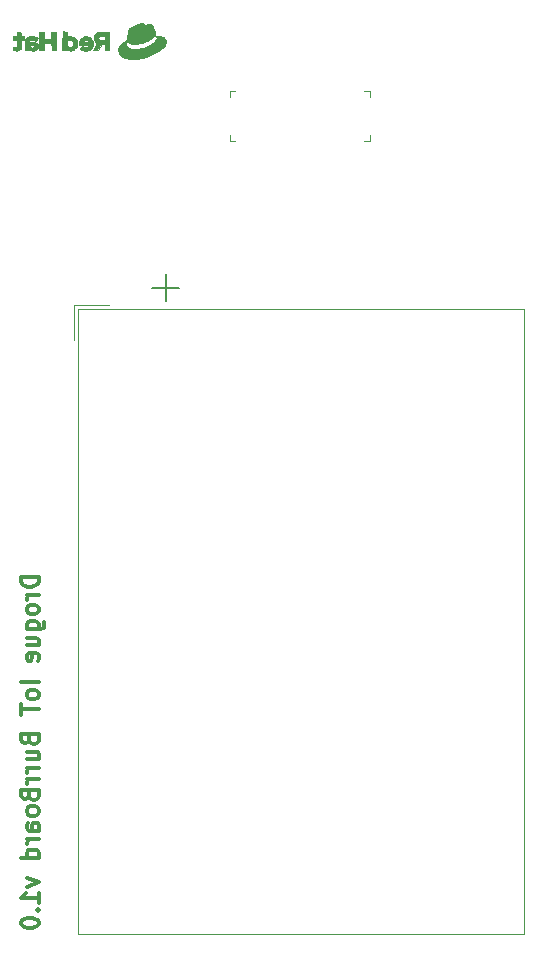
<source format=gbo>
%TF.GenerationSoftware,KiCad,Pcbnew,(5.1.10-1-10_14)*%
%TF.CreationDate,2022-01-06T07:43:06+01:00*%
%TF.ProjectId,burrboard,62757272-626f-4617-9264-2e6b69636164,v1.0*%
%TF.SameCoordinates,Original*%
%TF.FileFunction,Legend,Bot*%
%TF.FilePolarity,Positive*%
%FSLAX46Y46*%
G04 Gerber Fmt 4.6, Leading zero omitted, Abs format (unit mm)*
G04 Created by KiCad (PCBNEW (5.1.10-1-10_14)) date 2022-01-06 07:43:06*
%MOMM*%
%LPD*%
G01*
G04 APERTURE LIST*
%ADD10C,0.300000*%
%ADD11C,0.010000*%
%ADD12C,0.100000*%
%ADD13C,0.120000*%
%ADD14C,0.150000*%
G04 APERTURE END LIST*
D10*
X130218571Y-124116571D02*
X128718571Y-124116571D01*
X128718571Y-124473714D01*
X128790000Y-124688000D01*
X128932857Y-124830857D01*
X129075714Y-124902285D01*
X129361428Y-124973714D01*
X129575714Y-124973714D01*
X129861428Y-124902285D01*
X130004285Y-124830857D01*
X130147142Y-124688000D01*
X130218571Y-124473714D01*
X130218571Y-124116571D01*
X130218571Y-125616571D02*
X129218571Y-125616571D01*
X129504285Y-125616571D02*
X129361428Y-125688000D01*
X129290000Y-125759428D01*
X129218571Y-125902285D01*
X129218571Y-126045142D01*
X130218571Y-126759428D02*
X130147142Y-126616571D01*
X130075714Y-126545142D01*
X129932857Y-126473714D01*
X129504285Y-126473714D01*
X129361428Y-126545142D01*
X129290000Y-126616571D01*
X129218571Y-126759428D01*
X129218571Y-126973714D01*
X129290000Y-127116571D01*
X129361428Y-127188000D01*
X129504285Y-127259428D01*
X129932857Y-127259428D01*
X130075714Y-127188000D01*
X130147142Y-127116571D01*
X130218571Y-126973714D01*
X130218571Y-126759428D01*
X129218571Y-128545142D02*
X130432857Y-128545142D01*
X130575714Y-128473714D01*
X130647142Y-128402285D01*
X130718571Y-128259428D01*
X130718571Y-128045142D01*
X130647142Y-127902285D01*
X130147142Y-128545142D02*
X130218571Y-128402285D01*
X130218571Y-128116571D01*
X130147142Y-127973714D01*
X130075714Y-127902285D01*
X129932857Y-127830857D01*
X129504285Y-127830857D01*
X129361428Y-127902285D01*
X129290000Y-127973714D01*
X129218571Y-128116571D01*
X129218571Y-128402285D01*
X129290000Y-128545142D01*
X129218571Y-129902285D02*
X130218571Y-129902285D01*
X129218571Y-129259428D02*
X130004285Y-129259428D01*
X130147142Y-129330857D01*
X130218571Y-129473714D01*
X130218571Y-129688000D01*
X130147142Y-129830857D01*
X130075714Y-129902285D01*
X130147142Y-131188000D02*
X130218571Y-131045142D01*
X130218571Y-130759428D01*
X130147142Y-130616571D01*
X130004285Y-130545142D01*
X129432857Y-130545142D01*
X129290000Y-130616571D01*
X129218571Y-130759428D01*
X129218571Y-131045142D01*
X129290000Y-131188000D01*
X129432857Y-131259428D01*
X129575714Y-131259428D01*
X129718571Y-130545142D01*
X130218571Y-133045142D02*
X128718571Y-133045142D01*
X130218571Y-133973714D02*
X130147142Y-133830857D01*
X130075714Y-133759428D01*
X129932857Y-133688000D01*
X129504285Y-133688000D01*
X129361428Y-133759428D01*
X129290000Y-133830857D01*
X129218571Y-133973714D01*
X129218571Y-134188000D01*
X129290000Y-134330857D01*
X129361428Y-134402285D01*
X129504285Y-134473714D01*
X129932857Y-134473714D01*
X130075714Y-134402285D01*
X130147142Y-134330857D01*
X130218571Y-134188000D01*
X130218571Y-133973714D01*
X128718571Y-134902285D02*
X128718571Y-135759428D01*
X130218571Y-135330857D02*
X128718571Y-135330857D01*
X129432857Y-137902285D02*
X129504285Y-138116571D01*
X129575714Y-138188000D01*
X129718571Y-138259428D01*
X129932857Y-138259428D01*
X130075714Y-138188000D01*
X130147142Y-138116571D01*
X130218571Y-137973714D01*
X130218571Y-137402285D01*
X128718571Y-137402285D01*
X128718571Y-137902285D01*
X128790000Y-138045142D01*
X128861428Y-138116571D01*
X129004285Y-138188000D01*
X129147142Y-138188000D01*
X129290000Y-138116571D01*
X129361428Y-138045142D01*
X129432857Y-137902285D01*
X129432857Y-137402285D01*
X129218571Y-139545142D02*
X130218571Y-139545142D01*
X129218571Y-138902285D02*
X130004285Y-138902285D01*
X130147142Y-138973714D01*
X130218571Y-139116571D01*
X130218571Y-139330857D01*
X130147142Y-139473714D01*
X130075714Y-139545142D01*
X130218571Y-140259428D02*
X129218571Y-140259428D01*
X129504285Y-140259428D02*
X129361428Y-140330857D01*
X129290000Y-140402285D01*
X129218571Y-140545142D01*
X129218571Y-140688000D01*
X130218571Y-141188000D02*
X129218571Y-141188000D01*
X129504285Y-141188000D02*
X129361428Y-141259428D01*
X129290000Y-141330857D01*
X129218571Y-141473714D01*
X129218571Y-141616571D01*
X129432857Y-142616571D02*
X129504285Y-142830857D01*
X129575714Y-142902285D01*
X129718571Y-142973714D01*
X129932857Y-142973714D01*
X130075714Y-142902285D01*
X130147142Y-142830857D01*
X130218571Y-142688000D01*
X130218571Y-142116571D01*
X128718571Y-142116571D01*
X128718571Y-142616571D01*
X128790000Y-142759428D01*
X128861428Y-142830857D01*
X129004285Y-142902285D01*
X129147142Y-142902285D01*
X129290000Y-142830857D01*
X129361428Y-142759428D01*
X129432857Y-142616571D01*
X129432857Y-142116571D01*
X130218571Y-143830857D02*
X130147142Y-143688000D01*
X130075714Y-143616571D01*
X129932857Y-143545142D01*
X129504285Y-143545142D01*
X129361428Y-143616571D01*
X129290000Y-143688000D01*
X129218571Y-143830857D01*
X129218571Y-144045142D01*
X129290000Y-144188000D01*
X129361428Y-144259428D01*
X129504285Y-144330857D01*
X129932857Y-144330857D01*
X130075714Y-144259428D01*
X130147142Y-144188000D01*
X130218571Y-144045142D01*
X130218571Y-143830857D01*
X130218571Y-145616571D02*
X129432857Y-145616571D01*
X129290000Y-145545142D01*
X129218571Y-145402285D01*
X129218571Y-145116571D01*
X129290000Y-144973714D01*
X130147142Y-145616571D02*
X130218571Y-145473714D01*
X130218571Y-145116571D01*
X130147142Y-144973714D01*
X130004285Y-144902285D01*
X129861428Y-144902285D01*
X129718571Y-144973714D01*
X129647142Y-145116571D01*
X129647142Y-145473714D01*
X129575714Y-145616571D01*
X130218571Y-146330857D02*
X129218571Y-146330857D01*
X129504285Y-146330857D02*
X129361428Y-146402285D01*
X129290000Y-146473714D01*
X129218571Y-146616571D01*
X129218571Y-146759428D01*
X130218571Y-147902285D02*
X128718571Y-147902285D01*
X130147142Y-147902285D02*
X130218571Y-147759428D01*
X130218571Y-147473714D01*
X130147142Y-147330857D01*
X130075714Y-147259428D01*
X129932857Y-147188000D01*
X129504285Y-147188000D01*
X129361428Y-147259428D01*
X129290000Y-147330857D01*
X129218571Y-147473714D01*
X129218571Y-147759428D01*
X129290000Y-147902285D01*
X129218571Y-149616571D02*
X130218571Y-149973714D01*
X129218571Y-150330857D01*
X130218571Y-151688000D02*
X130218571Y-150830857D01*
X130218571Y-151259428D02*
X128718571Y-151259428D01*
X128932857Y-151116571D01*
X129075714Y-150973714D01*
X129147142Y-150830857D01*
X130075714Y-152330857D02*
X130147142Y-152402285D01*
X130218571Y-152330857D01*
X130147142Y-152259428D01*
X130075714Y-152330857D01*
X130218571Y-152330857D01*
X128718571Y-153330857D02*
X128718571Y-153473714D01*
X128790000Y-153616571D01*
X128861428Y-153688000D01*
X129004285Y-153759428D01*
X129290000Y-153830857D01*
X129647142Y-153830857D01*
X129932857Y-153759428D01*
X130075714Y-153688000D01*
X130147142Y-153616571D01*
X130218571Y-153473714D01*
X130218571Y-153330857D01*
X130147142Y-153188000D01*
X130075714Y-153116571D01*
X129932857Y-153045142D01*
X129647142Y-152973714D01*
X129290000Y-152973714D01*
X129004285Y-153045142D01*
X128861428Y-153116571D01*
X128790000Y-153188000D01*
X128718571Y-153330857D01*
D11*
%TO.C,G\u002A\u002A\u002A*%
G36*
X138893651Y-77223202D02*
G01*
X138825469Y-77237369D01*
X138746424Y-77258461D01*
X138659131Y-77285486D01*
X138566203Y-77317449D01*
X138470254Y-77353357D01*
X138373900Y-77392216D01*
X138279753Y-77433034D01*
X138190429Y-77474816D01*
X138108541Y-77516568D01*
X138036703Y-77557297D01*
X137977530Y-77596011D01*
X137957983Y-77610715D01*
X137933757Y-77630708D01*
X137912931Y-77650673D01*
X137894692Y-77672729D01*
X137878227Y-77698996D01*
X137862722Y-77731593D01*
X137847365Y-77772640D01*
X137831341Y-77824257D01*
X137813838Y-77888562D01*
X137794042Y-77967675D01*
X137771139Y-78063716D01*
X137750953Y-78150205D01*
X137724608Y-78264697D01*
X137703200Y-78360795D01*
X137686494Y-78440633D01*
X137674253Y-78506344D01*
X137666244Y-78560059D01*
X137662232Y-78603911D01*
X137661981Y-78640033D01*
X137665256Y-78670557D01*
X137671823Y-78697616D01*
X137681447Y-78723342D01*
X137686551Y-78734708D01*
X137726235Y-78795639D01*
X137784183Y-78849644D01*
X137858210Y-78895268D01*
X137946135Y-78931060D01*
X138006535Y-78947645D01*
X138039411Y-78952780D01*
X138089019Y-78957530D01*
X138150924Y-78961742D01*
X138220693Y-78965259D01*
X138293892Y-78967928D01*
X138366087Y-78969595D01*
X138432844Y-78970104D01*
X138489729Y-78969301D01*
X138532308Y-78967033D01*
X138540067Y-78966234D01*
X138767240Y-78931676D01*
X138980680Y-78883066D01*
X139183148Y-78819619D01*
X139377405Y-78740547D01*
X139444942Y-78708556D01*
X139555014Y-78650915D01*
X139659651Y-78589245D01*
X139757219Y-78524962D01*
X139846084Y-78459480D01*
X139924611Y-78394214D01*
X139991168Y-78330578D01*
X140044119Y-78269988D01*
X140081831Y-78213857D01*
X140102670Y-78163601D01*
X140106400Y-78135863D01*
X140102899Y-78116737D01*
X140093077Y-78080737D01*
X140077958Y-78030842D01*
X140058566Y-77970029D01*
X140035923Y-77901276D01*
X140011053Y-77827562D01*
X139984980Y-77751865D01*
X139958727Y-77677162D01*
X139933316Y-77606431D01*
X139909773Y-77542652D01*
X139889120Y-77488801D01*
X139872379Y-77447858D01*
X139862820Y-77427039D01*
X139820054Y-77356641D01*
X139772106Y-77305377D01*
X139717754Y-77272924D01*
X139655776Y-77258961D01*
X139584949Y-77263164D01*
X139504051Y-77285211D01*
X139434358Y-77314037D01*
X139360704Y-77345830D01*
X139300450Y-77365283D01*
X139249604Y-77372120D01*
X139204173Y-77366064D01*
X139160166Y-77346839D01*
X139113590Y-77314168D01*
X139084828Y-77289836D01*
X139049631Y-77260498D01*
X139017398Y-77236674D01*
X138993306Y-77222079D01*
X138986970Y-77219621D01*
X138948356Y-77216955D01*
X138893651Y-77223202D01*
G37*
X138893651Y-77223202D02*
X138825469Y-77237369D01*
X138746424Y-77258461D01*
X138659131Y-77285486D01*
X138566203Y-77317449D01*
X138470254Y-77353357D01*
X138373900Y-77392216D01*
X138279753Y-77433034D01*
X138190429Y-77474816D01*
X138108541Y-77516568D01*
X138036703Y-77557297D01*
X137977530Y-77596011D01*
X137957983Y-77610715D01*
X137933757Y-77630708D01*
X137912931Y-77650673D01*
X137894692Y-77672729D01*
X137878227Y-77698996D01*
X137862722Y-77731593D01*
X137847365Y-77772640D01*
X137831341Y-77824257D01*
X137813838Y-77888562D01*
X137794042Y-77967675D01*
X137771139Y-78063716D01*
X137750953Y-78150205D01*
X137724608Y-78264697D01*
X137703200Y-78360795D01*
X137686494Y-78440633D01*
X137674253Y-78506344D01*
X137666244Y-78560059D01*
X137662232Y-78603911D01*
X137661981Y-78640033D01*
X137665256Y-78670557D01*
X137671823Y-78697616D01*
X137681447Y-78723342D01*
X137686551Y-78734708D01*
X137726235Y-78795639D01*
X137784183Y-78849644D01*
X137858210Y-78895268D01*
X137946135Y-78931060D01*
X138006535Y-78947645D01*
X138039411Y-78952780D01*
X138089019Y-78957530D01*
X138150924Y-78961742D01*
X138220693Y-78965259D01*
X138293892Y-78967928D01*
X138366087Y-78969595D01*
X138432844Y-78970104D01*
X138489729Y-78969301D01*
X138532308Y-78967033D01*
X138540067Y-78966234D01*
X138767240Y-78931676D01*
X138980680Y-78883066D01*
X139183148Y-78819619D01*
X139377405Y-78740547D01*
X139444942Y-78708556D01*
X139555014Y-78650915D01*
X139659651Y-78589245D01*
X139757219Y-78524962D01*
X139846084Y-78459480D01*
X139924611Y-78394214D01*
X139991168Y-78330578D01*
X140044119Y-78269988D01*
X140081831Y-78213857D01*
X140102670Y-78163601D01*
X140106400Y-78135863D01*
X140102899Y-78116737D01*
X140093077Y-78080737D01*
X140077958Y-78030842D01*
X140058566Y-77970029D01*
X140035923Y-77901276D01*
X140011053Y-77827562D01*
X139984980Y-77751865D01*
X139958727Y-77677162D01*
X139933316Y-77606431D01*
X139909773Y-77542652D01*
X139889120Y-77488801D01*
X139872379Y-77447858D01*
X139862820Y-77427039D01*
X139820054Y-77356641D01*
X139772106Y-77305377D01*
X139717754Y-77272924D01*
X139655776Y-77258961D01*
X139584949Y-77263164D01*
X139504051Y-77285211D01*
X139434358Y-77314037D01*
X139360704Y-77345830D01*
X139300450Y-77365283D01*
X139249604Y-77372120D01*
X139204173Y-77366064D01*
X139160166Y-77346839D01*
X139113590Y-77314168D01*
X139084828Y-77289836D01*
X139049631Y-77260498D01*
X139017398Y-77236674D01*
X138993306Y-77222079D01*
X138986970Y-77219621D01*
X138948356Y-77216955D01*
X138893651Y-77223202D01*
G36*
X130295650Y-77967417D02*
G01*
X130295650Y-79533750D01*
X130676650Y-79533750D01*
X130676650Y-78919917D01*
X131311326Y-78919917D01*
X131314134Y-79224187D01*
X131316942Y-79528458D01*
X131510088Y-79531343D01*
X131703233Y-79534227D01*
X131703233Y-77967417D01*
X131311650Y-77967417D01*
X131311650Y-78570981D01*
X130681942Y-78565375D01*
X130679131Y-78266396D01*
X130676321Y-77967416D01*
X130485985Y-77967416D01*
X130295650Y-77967417D01*
G37*
X130295650Y-77967417D02*
X130295650Y-79533750D01*
X130676650Y-79533750D01*
X130676650Y-78919917D01*
X131311326Y-78919917D01*
X131314134Y-79224187D01*
X131316942Y-79528458D01*
X131510088Y-79531343D01*
X131703233Y-79534227D01*
X131703233Y-77967417D01*
X131311650Y-77967417D01*
X131311650Y-78570981D01*
X130681942Y-78565375D01*
X130679131Y-78266396D01*
X130676321Y-77967416D01*
X130485985Y-77967416D01*
X130295650Y-77967417D01*
G36*
X135785754Y-77967600D02*
G01*
X135665816Y-77967789D01*
X135564824Y-77968401D01*
X135480559Y-77969672D01*
X135410800Y-77971836D01*
X135353330Y-77975128D01*
X135305926Y-77979784D01*
X135266371Y-77986036D01*
X135232445Y-77994122D01*
X135201928Y-78004275D01*
X135172600Y-78016730D01*
X135142242Y-78031721D01*
X135132744Y-78036674D01*
X135051111Y-78090702D01*
X134984284Y-78157604D01*
X134932782Y-78234703D01*
X134897123Y-78319318D01*
X134877823Y-78408770D01*
X134875401Y-78500378D01*
X134890374Y-78591464D01*
X134923260Y-78679348D01*
X134974576Y-78761350D01*
X134989262Y-78779355D01*
X135018298Y-78808283D01*
X135057110Y-78840562D01*
X135095698Y-78868120D01*
X135163915Y-78912237D01*
X135144109Y-78945181D01*
X135131680Y-78966661D01*
X135111768Y-79002033D01*
X135085865Y-79048570D01*
X135055463Y-79103545D01*
X135022051Y-79164232D01*
X134987123Y-79227903D01*
X134952167Y-79291834D01*
X134918677Y-79353296D01*
X134888142Y-79409564D01*
X134862054Y-79457910D01*
X134841904Y-79495608D01*
X134829182Y-79519932D01*
X134825317Y-79528120D01*
X134835375Y-79529821D01*
X134863453Y-79531315D01*
X134906403Y-79532520D01*
X134961077Y-79533355D01*
X135024329Y-79533735D01*
X135039821Y-79533750D01*
X135254326Y-79533750D01*
X135402300Y-79248067D01*
X135550275Y-78962385D01*
X135695796Y-78962317D01*
X135841317Y-78962250D01*
X135841317Y-79533750D01*
X136222317Y-79533750D01*
X136222317Y-78646235D01*
X135841848Y-78646235D01*
X135609496Y-78642847D01*
X135533009Y-78641610D01*
X135474727Y-78640233D01*
X135431688Y-78638428D01*
X135400929Y-78635906D01*
X135379490Y-78632378D01*
X135364408Y-78627557D01*
X135352722Y-78621154D01*
X135347293Y-78617318D01*
X135302047Y-78572877D01*
X135276460Y-78520936D01*
X135269856Y-78471206D01*
X135278096Y-78412906D01*
X135303436Y-78366628D01*
X135346948Y-78330567D01*
X135356714Y-78325063D01*
X135373140Y-78316877D01*
X135389629Y-78310775D01*
X135409488Y-78306453D01*
X135436026Y-78303604D01*
X135472550Y-78301922D01*
X135522367Y-78301103D01*
X135588786Y-78300841D01*
X135619067Y-78300824D01*
X135836025Y-78300792D01*
X135838937Y-78473513D01*
X135841848Y-78646235D01*
X136222317Y-78646235D01*
X136222317Y-77967417D01*
X135785754Y-77967600D01*
G37*
X135785754Y-77967600D02*
X135665816Y-77967789D01*
X135564824Y-77968401D01*
X135480559Y-77969672D01*
X135410800Y-77971836D01*
X135353330Y-77975128D01*
X135305926Y-77979784D01*
X135266371Y-77986036D01*
X135232445Y-77994122D01*
X135201928Y-78004275D01*
X135172600Y-78016730D01*
X135142242Y-78031721D01*
X135132744Y-78036674D01*
X135051111Y-78090702D01*
X134984284Y-78157604D01*
X134932782Y-78234703D01*
X134897123Y-78319318D01*
X134877823Y-78408770D01*
X134875401Y-78500378D01*
X134890374Y-78591464D01*
X134923260Y-78679348D01*
X134974576Y-78761350D01*
X134989262Y-78779355D01*
X135018298Y-78808283D01*
X135057110Y-78840562D01*
X135095698Y-78868120D01*
X135163915Y-78912237D01*
X135144109Y-78945181D01*
X135131680Y-78966661D01*
X135111768Y-79002033D01*
X135085865Y-79048570D01*
X135055463Y-79103545D01*
X135022051Y-79164232D01*
X134987123Y-79227903D01*
X134952167Y-79291834D01*
X134918677Y-79353296D01*
X134888142Y-79409564D01*
X134862054Y-79457910D01*
X134841904Y-79495608D01*
X134829182Y-79519932D01*
X134825317Y-79528120D01*
X134835375Y-79529821D01*
X134863453Y-79531315D01*
X134906403Y-79532520D01*
X134961077Y-79533355D01*
X135024329Y-79533735D01*
X135039821Y-79533750D01*
X135254326Y-79533750D01*
X135402300Y-79248067D01*
X135550275Y-78962385D01*
X135695796Y-78962317D01*
X135841317Y-78962250D01*
X135841317Y-79533750D01*
X136222317Y-79533750D01*
X136222317Y-78646235D01*
X135841848Y-78646235D01*
X135609496Y-78642847D01*
X135533009Y-78641610D01*
X135474727Y-78640233D01*
X135431688Y-78638428D01*
X135400929Y-78635906D01*
X135379490Y-78632378D01*
X135364408Y-78627557D01*
X135352722Y-78621154D01*
X135347293Y-78617318D01*
X135302047Y-78572877D01*
X135276460Y-78520936D01*
X135269856Y-78471206D01*
X135278096Y-78412906D01*
X135303436Y-78366628D01*
X135346948Y-78330567D01*
X135356714Y-78325063D01*
X135373140Y-78316877D01*
X135389629Y-78310775D01*
X135409488Y-78306453D01*
X135436026Y-78303604D01*
X135472550Y-78301922D01*
X135522367Y-78301103D01*
X135588786Y-78300841D01*
X135619067Y-78300824D01*
X135836025Y-78300792D01*
X135838937Y-78473513D01*
X135841848Y-78646235D01*
X136222317Y-78646235D01*
X136222317Y-77967417D01*
X135785754Y-77967600D01*
G36*
X128369483Y-78348417D02*
G01*
X128041400Y-78348417D01*
X128041400Y-78655333D01*
X128369483Y-78655333D01*
X128369483Y-78903544D01*
X128368918Y-78998753D01*
X128367237Y-79074546D01*
X128364459Y-79130454D01*
X128360606Y-79166005D01*
X128357434Y-79178200D01*
X128333802Y-79208462D01*
X128294988Y-79227346D01*
X128239801Y-79235238D01*
X128185067Y-79234045D01*
X128141539Y-79230276D01*
X128103740Y-79225848D01*
X128078671Y-79221605D01*
X128075796Y-79220851D01*
X128051983Y-79213781D01*
X128051983Y-79510829D01*
X128107546Y-79523664D01*
X128156279Y-79531842D01*
X128216713Y-79537429D01*
X128282880Y-79540346D01*
X128348816Y-79540511D01*
X128408554Y-79537845D01*
X128456128Y-79532266D01*
X128472664Y-79528593D01*
X128542923Y-79504059D01*
X128598500Y-79472680D01*
X128645637Y-79430786D01*
X128653150Y-79422480D01*
X128674411Y-79397426D01*
X128691545Y-79373880D01*
X128705032Y-79349219D01*
X128715357Y-79320822D01*
X128723002Y-79286067D01*
X128728450Y-79242330D01*
X128732183Y-79186990D01*
X128734685Y-79117424D01*
X128736438Y-79031010D01*
X128737400Y-78964896D01*
X128741577Y-78655333D01*
X128972733Y-78655333D01*
X128972733Y-78348417D01*
X128739900Y-78348417D01*
X128739900Y-78045212D01*
X128578504Y-78010855D01*
X128520984Y-77998572D01*
X128469298Y-77987463D01*
X128427680Y-77978443D01*
X128400368Y-77972429D01*
X128393296Y-77970810D01*
X128369483Y-77965122D01*
X128369483Y-78348417D01*
G37*
X128369483Y-78348417D02*
X128041400Y-78348417D01*
X128041400Y-78655333D01*
X128369483Y-78655333D01*
X128369483Y-78903544D01*
X128368918Y-78998753D01*
X128367237Y-79074546D01*
X128364459Y-79130454D01*
X128360606Y-79166005D01*
X128357434Y-79178200D01*
X128333802Y-79208462D01*
X128294988Y-79227346D01*
X128239801Y-79235238D01*
X128185067Y-79234045D01*
X128141539Y-79230276D01*
X128103740Y-79225848D01*
X128078671Y-79221605D01*
X128075796Y-79220851D01*
X128051983Y-79213781D01*
X128051983Y-79510829D01*
X128107546Y-79523664D01*
X128156279Y-79531842D01*
X128216713Y-79537429D01*
X128282880Y-79540346D01*
X128348816Y-79540511D01*
X128408554Y-79537845D01*
X128456128Y-79532266D01*
X128472664Y-79528593D01*
X128542923Y-79504059D01*
X128598500Y-79472680D01*
X128645637Y-79430786D01*
X128653150Y-79422480D01*
X128674411Y-79397426D01*
X128691545Y-79373880D01*
X128705032Y-79349219D01*
X128715357Y-79320822D01*
X128723002Y-79286067D01*
X128728450Y-79242330D01*
X128732183Y-79186990D01*
X128734685Y-79117424D01*
X128736438Y-79031010D01*
X128737400Y-78964896D01*
X128741577Y-78655333D01*
X128972733Y-78655333D01*
X128972733Y-78348417D01*
X128739900Y-78348417D01*
X128739900Y-78045212D01*
X128578504Y-78010855D01*
X128520984Y-77998572D01*
X128469298Y-77987463D01*
X128427680Y-77978443D01*
X128400368Y-77972429D01*
X128393296Y-77970810D01*
X128369483Y-77965122D01*
X128369483Y-78348417D01*
G36*
X132251131Y-77903790D02*
G01*
X132249377Y-77934659D01*
X132247815Y-77985185D01*
X132246454Y-78054613D01*
X132245304Y-78142190D01*
X132244375Y-78247160D01*
X132243674Y-78368769D01*
X132243212Y-78506264D01*
X132242998Y-78658888D01*
X132242983Y-78713542D01*
X132242983Y-79533750D01*
X132602817Y-79533750D01*
X132602817Y-79451119D01*
X132658676Y-79481374D01*
X132741358Y-79515808D01*
X132834376Y-79537090D01*
X132930885Y-79544433D01*
X133024042Y-79537052D01*
X133065375Y-79528097D01*
X133127611Y-79508978D01*
X133179954Y-79486499D01*
X133232757Y-79455891D01*
X133257053Y-79439811D01*
X133342851Y-79369343D01*
X133411915Y-79286376D01*
X133463598Y-79192172D01*
X133497251Y-79087990D01*
X133512226Y-78975092D01*
X133512983Y-78942192D01*
X133512454Y-78934229D01*
X133154473Y-78934229D01*
X133145080Y-79012443D01*
X133118411Y-79081094D01*
X133076734Y-79138753D01*
X133022317Y-79183989D01*
X132957425Y-79215372D01*
X132884326Y-79231471D01*
X132805287Y-79230855D01*
X132722575Y-79212096D01*
X132717081Y-79210199D01*
X132679346Y-79193300D01*
X132643205Y-79171722D01*
X132637939Y-79167879D01*
X132602817Y-79141089D01*
X132602817Y-78729717D01*
X132642504Y-78703869D01*
X132719425Y-78665953D01*
X132803603Y-78647804D01*
X132870490Y-78647005D01*
X132952277Y-78661318D01*
X133022412Y-78691801D01*
X133079292Y-78736834D01*
X133121313Y-78794793D01*
X133146871Y-78864058D01*
X133154473Y-78934229D01*
X133512454Y-78934229D01*
X133505631Y-78831559D01*
X133482755Y-78733448D01*
X133443129Y-78644771D01*
X133385523Y-78562438D01*
X133343933Y-78516922D01*
X133260642Y-78444434D01*
X133172852Y-78391471D01*
X133077274Y-78356426D01*
X132978915Y-78338550D01*
X132872611Y-78335314D01*
X132766826Y-78349532D01*
X132657331Y-78381883D01*
X132621338Y-78395961D01*
X132615112Y-78397272D01*
X132610459Y-78393647D01*
X132607150Y-78382518D01*
X132604959Y-78361315D01*
X132603659Y-78327470D01*
X132603023Y-78278412D01*
X132602825Y-78211572D01*
X132602817Y-78186220D01*
X132602681Y-78112759D01*
X132602121Y-78057736D01*
X132600910Y-78018424D01*
X132598822Y-77992095D01*
X132595631Y-77976024D01*
X132591108Y-77967481D01*
X132585027Y-77963740D01*
X132584296Y-77963517D01*
X132565255Y-77958798D01*
X132531428Y-77951117D01*
X132487250Y-77941414D01*
X132437154Y-77930628D01*
X132385572Y-77919699D01*
X132336938Y-77909565D01*
X132295686Y-77901167D01*
X132266249Y-77895443D01*
X132253068Y-77893333D01*
X132251131Y-77903790D01*
G37*
X132251131Y-77903790D02*
X132249377Y-77934659D01*
X132247815Y-77985185D01*
X132246454Y-78054613D01*
X132245304Y-78142190D01*
X132244375Y-78247160D01*
X132243674Y-78368769D01*
X132243212Y-78506264D01*
X132242998Y-78658888D01*
X132242983Y-78713542D01*
X132242983Y-79533750D01*
X132602817Y-79533750D01*
X132602817Y-79451119D01*
X132658676Y-79481374D01*
X132741358Y-79515808D01*
X132834376Y-79537090D01*
X132930885Y-79544433D01*
X133024042Y-79537052D01*
X133065375Y-79528097D01*
X133127611Y-79508978D01*
X133179954Y-79486499D01*
X133232757Y-79455891D01*
X133257053Y-79439811D01*
X133342851Y-79369343D01*
X133411915Y-79286376D01*
X133463598Y-79192172D01*
X133497251Y-79087990D01*
X133512226Y-78975092D01*
X133512983Y-78942192D01*
X133512454Y-78934229D01*
X133154473Y-78934229D01*
X133145080Y-79012443D01*
X133118411Y-79081094D01*
X133076734Y-79138753D01*
X133022317Y-79183989D01*
X132957425Y-79215372D01*
X132884326Y-79231471D01*
X132805287Y-79230855D01*
X132722575Y-79212096D01*
X132717081Y-79210199D01*
X132679346Y-79193300D01*
X132643205Y-79171722D01*
X132637939Y-79167879D01*
X132602817Y-79141089D01*
X132602817Y-78729717D01*
X132642504Y-78703869D01*
X132719425Y-78665953D01*
X132803603Y-78647804D01*
X132870490Y-78647005D01*
X132952277Y-78661318D01*
X133022412Y-78691801D01*
X133079292Y-78736834D01*
X133121313Y-78794793D01*
X133146871Y-78864058D01*
X133154473Y-78934229D01*
X133512454Y-78934229D01*
X133505631Y-78831559D01*
X133482755Y-78733448D01*
X133443129Y-78644771D01*
X133385523Y-78562438D01*
X133343933Y-78516922D01*
X133260642Y-78444434D01*
X133172852Y-78391471D01*
X133077274Y-78356426D01*
X132978915Y-78338550D01*
X132872611Y-78335314D01*
X132766826Y-78349532D01*
X132657331Y-78381883D01*
X132621338Y-78395961D01*
X132615112Y-78397272D01*
X132610459Y-78393647D01*
X132607150Y-78382518D01*
X132604959Y-78361315D01*
X132603659Y-78327470D01*
X132603023Y-78278412D01*
X132602825Y-78211572D01*
X132602817Y-78186220D01*
X132602681Y-78112759D01*
X132602121Y-78057736D01*
X132600910Y-78018424D01*
X132598822Y-77992095D01*
X132595631Y-77976024D01*
X132591108Y-77967481D01*
X132585027Y-77963740D01*
X132584296Y-77963517D01*
X132565255Y-77958798D01*
X132531428Y-77951117D01*
X132487250Y-77941414D01*
X132437154Y-77930628D01*
X132385572Y-77919699D01*
X132336938Y-77909565D01*
X132295686Y-77901167D01*
X132266249Y-77895443D01*
X132253068Y-77893333D01*
X132251131Y-77903790D01*
G36*
X129530034Y-78333641D02*
G01*
X129479661Y-78334613D01*
X129441613Y-78336937D01*
X129411472Y-78341045D01*
X129384820Y-78347371D01*
X129357239Y-78356348D01*
X129354305Y-78357392D01*
X129264053Y-78398357D01*
X129191256Y-78450647D01*
X129135145Y-78514820D01*
X129133018Y-78517969D01*
X129116473Y-78543463D01*
X129102746Y-78567384D01*
X129091576Y-78591944D01*
X129082698Y-78619358D01*
X129075852Y-78651840D01*
X129070773Y-78691602D01*
X129067199Y-78740859D01*
X129064867Y-78801824D01*
X129063515Y-78876711D01*
X129062879Y-78967732D01*
X129062697Y-79077103D01*
X129062692Y-79110417D01*
X129062692Y-79528458D01*
X129422525Y-79528458D01*
X129425874Y-79499354D01*
X129430820Y-79476888D01*
X129441288Y-79472450D01*
X129461754Y-79484596D01*
X129464708Y-79486807D01*
X129502299Y-79506806D01*
X129555473Y-79523960D01*
X129618741Y-79537417D01*
X129686613Y-79546330D01*
X129753600Y-79549850D01*
X129814212Y-79547126D01*
X129835275Y-79544129D01*
X129931543Y-79518359D01*
X130012952Y-79478418D01*
X130078839Y-79424942D01*
X130128541Y-79358565D01*
X130161394Y-79279924D01*
X130173759Y-79219864D01*
X130173821Y-79183568D01*
X129851297Y-79183568D01*
X129840939Y-79219518D01*
X129814145Y-79251203D01*
X129771370Y-79274470D01*
X129713152Y-79286944D01*
X129644600Y-79288569D01*
X129573400Y-79279603D01*
X129523067Y-79266146D01*
X129454275Y-79242708D01*
X129451192Y-79167279D01*
X129450300Y-79126921D01*
X129452339Y-79102770D01*
X129458239Y-79089963D01*
X129467067Y-79084329D01*
X129490289Y-79079248D01*
X129528840Y-79074970D01*
X129576890Y-79071740D01*
X129628610Y-79069805D01*
X129678168Y-79069409D01*
X129719735Y-79070798D01*
X129740101Y-79072833D01*
X129789620Y-79087986D01*
X129825050Y-79114017D01*
X129845804Y-79147139D01*
X129851297Y-79183568D01*
X130173821Y-79183568D01*
X130173871Y-79155133D01*
X130160040Y-79085661D01*
X130134492Y-79020364D01*
X130116230Y-78989429D01*
X130067013Y-78935937D01*
X130000964Y-78892366D01*
X129920272Y-78859349D01*
X129827123Y-78837517D01*
X129723706Y-78827505D01*
X129612209Y-78829944D01*
X129576394Y-78833323D01*
X129527688Y-78839124D01*
X129485848Y-78844819D01*
X129455944Y-78849674D01*
X129444030Y-78852460D01*
X129433461Y-78848109D01*
X129427797Y-78828638D01*
X129426864Y-78799473D01*
X129430487Y-78766043D01*
X129438492Y-78733775D01*
X129448555Y-78711409D01*
X129471026Y-78681649D01*
X129498652Y-78660999D01*
X129535390Y-78648053D01*
X129585193Y-78641401D01*
X129650067Y-78639631D01*
X129700991Y-78640338D01*
X129741167Y-78643150D01*
X129777926Y-78649372D01*
X129818598Y-78660310D01*
X129870512Y-78677273D01*
X129880614Y-78680723D01*
X129927222Y-78696274D01*
X129965965Y-78708407D01*
X129992818Y-78715918D01*
X130003754Y-78717600D01*
X130003762Y-78717592D01*
X130009605Y-78707146D01*
X130023025Y-78681331D01*
X130042184Y-78643736D01*
X130065243Y-78597949D01*
X130071853Y-78584741D01*
X130136216Y-78455940D01*
X130058921Y-78423762D01*
X130012706Y-78406144D01*
X129955715Y-78386744D01*
X129897727Y-78368830D01*
X129876700Y-78362883D01*
X129834146Y-78351817D01*
X129796972Y-78343968D01*
X129759848Y-78338779D01*
X129717442Y-78335691D01*
X129664421Y-78334145D01*
X129597150Y-78333588D01*
X129530034Y-78333641D01*
G37*
X129530034Y-78333641D02*
X129479661Y-78334613D01*
X129441613Y-78336937D01*
X129411472Y-78341045D01*
X129384820Y-78347371D01*
X129357239Y-78356348D01*
X129354305Y-78357392D01*
X129264053Y-78398357D01*
X129191256Y-78450647D01*
X129135145Y-78514820D01*
X129133018Y-78517969D01*
X129116473Y-78543463D01*
X129102746Y-78567384D01*
X129091576Y-78591944D01*
X129082698Y-78619358D01*
X129075852Y-78651840D01*
X129070773Y-78691602D01*
X129067199Y-78740859D01*
X129064867Y-78801824D01*
X129063515Y-78876711D01*
X129062879Y-78967732D01*
X129062697Y-79077103D01*
X129062692Y-79110417D01*
X129062692Y-79528458D01*
X129422525Y-79528458D01*
X129425874Y-79499354D01*
X129430820Y-79476888D01*
X129441288Y-79472450D01*
X129461754Y-79484596D01*
X129464708Y-79486807D01*
X129502299Y-79506806D01*
X129555473Y-79523960D01*
X129618741Y-79537417D01*
X129686613Y-79546330D01*
X129753600Y-79549850D01*
X129814212Y-79547126D01*
X129835275Y-79544129D01*
X129931543Y-79518359D01*
X130012952Y-79478418D01*
X130078839Y-79424942D01*
X130128541Y-79358565D01*
X130161394Y-79279924D01*
X130173759Y-79219864D01*
X130173821Y-79183568D01*
X129851297Y-79183568D01*
X129840939Y-79219518D01*
X129814145Y-79251203D01*
X129771370Y-79274470D01*
X129713152Y-79286944D01*
X129644600Y-79288569D01*
X129573400Y-79279603D01*
X129523067Y-79266146D01*
X129454275Y-79242708D01*
X129451192Y-79167279D01*
X129450300Y-79126921D01*
X129452339Y-79102770D01*
X129458239Y-79089963D01*
X129467067Y-79084329D01*
X129490289Y-79079248D01*
X129528840Y-79074970D01*
X129576890Y-79071740D01*
X129628610Y-79069805D01*
X129678168Y-79069409D01*
X129719735Y-79070798D01*
X129740101Y-79072833D01*
X129789620Y-79087986D01*
X129825050Y-79114017D01*
X129845804Y-79147139D01*
X129851297Y-79183568D01*
X130173821Y-79183568D01*
X130173871Y-79155133D01*
X130160040Y-79085661D01*
X130134492Y-79020364D01*
X130116230Y-78989429D01*
X130067013Y-78935937D01*
X130000964Y-78892366D01*
X129920272Y-78859349D01*
X129827123Y-78837517D01*
X129723706Y-78827505D01*
X129612209Y-78829944D01*
X129576394Y-78833323D01*
X129527688Y-78839124D01*
X129485848Y-78844819D01*
X129455944Y-78849674D01*
X129444030Y-78852460D01*
X129433461Y-78848109D01*
X129427797Y-78828638D01*
X129426864Y-78799473D01*
X129430487Y-78766043D01*
X129438492Y-78733775D01*
X129448555Y-78711409D01*
X129471026Y-78681649D01*
X129498652Y-78660999D01*
X129535390Y-78648053D01*
X129585193Y-78641401D01*
X129650067Y-78639631D01*
X129700991Y-78640338D01*
X129741167Y-78643150D01*
X129777926Y-78649372D01*
X129818598Y-78660310D01*
X129870512Y-78677273D01*
X129880614Y-78680723D01*
X129927222Y-78696274D01*
X129965965Y-78708407D01*
X129992818Y-78715918D01*
X130003754Y-78717600D01*
X130003762Y-78717592D01*
X130009605Y-78707146D01*
X130023025Y-78681331D01*
X130042184Y-78643736D01*
X130065243Y-78597949D01*
X130071853Y-78584741D01*
X130136216Y-78455940D01*
X130058921Y-78423762D01*
X130012706Y-78406144D01*
X129955715Y-78386744D01*
X129897727Y-78368830D01*
X129876700Y-78362883D01*
X129834146Y-78351817D01*
X129796972Y-78343968D01*
X129759848Y-78338779D01*
X129717442Y-78335691D01*
X129664421Y-78334145D01*
X129597150Y-78333588D01*
X129530034Y-78333641D01*
G36*
X134163852Y-78332005D02*
G01*
X134056734Y-78352795D01*
X133957196Y-78392156D01*
X133867157Y-78449109D01*
X133788533Y-78522675D01*
X133723242Y-78611873D01*
X133721724Y-78614417D01*
X133684853Y-78684821D01*
X133658960Y-78755493D01*
X133642332Y-78832721D01*
X133633261Y-78922794D01*
X133632165Y-78943729D01*
X133626495Y-79068083D01*
X134466228Y-79068083D01*
X134454399Y-79090186D01*
X134421741Y-79135561D01*
X134376354Y-79178481D01*
X134326137Y-79211760D01*
X134314583Y-79217362D01*
X134246371Y-79238000D01*
X134171421Y-79244216D01*
X134097239Y-79236101D01*
X134031567Y-79213867D01*
X133997449Y-79196322D01*
X133969283Y-79180695D01*
X133956273Y-79172501D01*
X133947355Y-79169516D01*
X133934549Y-79173197D01*
X133915309Y-79185282D01*
X133887093Y-79207506D01*
X133847357Y-79241607D01*
X133821045Y-79264834D01*
X133702903Y-79369708D01*
X133742881Y-79403862D01*
X133786208Y-79435106D01*
X133842456Y-79467606D01*
X133904007Y-79497499D01*
X133963244Y-79520916D01*
X133989233Y-79528887D01*
X134050640Y-79540769D01*
X134124103Y-79547992D01*
X134201723Y-79550345D01*
X134275600Y-79547616D01*
X134337835Y-79539596D01*
X134343775Y-79538350D01*
X134446931Y-79506405D01*
X134543758Y-79458556D01*
X134630231Y-79397355D01*
X134702326Y-79325355D01*
X134724109Y-79297111D01*
X134781298Y-79200484D01*
X134819085Y-79100263D01*
X134838389Y-78998436D01*
X134840131Y-78896988D01*
X134825230Y-78797906D01*
X134820291Y-78782626D01*
X134463881Y-78782626D01*
X134457677Y-78791961D01*
X134439608Y-78797997D01*
X134407746Y-78801452D01*
X134360162Y-78803043D01*
X134294926Y-78803488D01*
X134226681Y-78803500D01*
X133987879Y-78803500D01*
X134012369Y-78759805D01*
X134055205Y-78702648D01*
X134108486Y-78661487D01*
X134168769Y-78636586D01*
X134232615Y-78628209D01*
X134296582Y-78636622D01*
X134357232Y-78662089D01*
X134411122Y-78704874D01*
X134430595Y-78727654D01*
X134448412Y-78751190D01*
X134460150Y-78769275D01*
X134463881Y-78782626D01*
X134820291Y-78782626D01*
X134794606Y-78703176D01*
X134749179Y-78614785D01*
X134689869Y-78534719D01*
X134617595Y-78464965D01*
X134533277Y-78407508D01*
X134437836Y-78364337D01*
X134332191Y-78337436D01*
X134276633Y-78330769D01*
X134163852Y-78332005D01*
G37*
X134163852Y-78332005D02*
X134056734Y-78352795D01*
X133957196Y-78392156D01*
X133867157Y-78449109D01*
X133788533Y-78522675D01*
X133723242Y-78611873D01*
X133721724Y-78614417D01*
X133684853Y-78684821D01*
X133658960Y-78755493D01*
X133642332Y-78832721D01*
X133633261Y-78922794D01*
X133632165Y-78943729D01*
X133626495Y-79068083D01*
X134466228Y-79068083D01*
X134454399Y-79090186D01*
X134421741Y-79135561D01*
X134376354Y-79178481D01*
X134326137Y-79211760D01*
X134314583Y-79217362D01*
X134246371Y-79238000D01*
X134171421Y-79244216D01*
X134097239Y-79236101D01*
X134031567Y-79213867D01*
X133997449Y-79196322D01*
X133969283Y-79180695D01*
X133956273Y-79172501D01*
X133947355Y-79169516D01*
X133934549Y-79173197D01*
X133915309Y-79185282D01*
X133887093Y-79207506D01*
X133847357Y-79241607D01*
X133821045Y-79264834D01*
X133702903Y-79369708D01*
X133742881Y-79403862D01*
X133786208Y-79435106D01*
X133842456Y-79467606D01*
X133904007Y-79497499D01*
X133963244Y-79520916D01*
X133989233Y-79528887D01*
X134050640Y-79540769D01*
X134124103Y-79547992D01*
X134201723Y-79550345D01*
X134275600Y-79547616D01*
X134337835Y-79539596D01*
X134343775Y-79538350D01*
X134446931Y-79506405D01*
X134543758Y-79458556D01*
X134630231Y-79397355D01*
X134702326Y-79325355D01*
X134724109Y-79297111D01*
X134781298Y-79200484D01*
X134819085Y-79100263D01*
X134838389Y-78998436D01*
X134840131Y-78896988D01*
X134825230Y-78797906D01*
X134820291Y-78782626D01*
X134463881Y-78782626D01*
X134457677Y-78791961D01*
X134439608Y-78797997D01*
X134407746Y-78801452D01*
X134360162Y-78803043D01*
X134294926Y-78803488D01*
X134226681Y-78803500D01*
X133987879Y-78803500D01*
X134012369Y-78759805D01*
X134055205Y-78702648D01*
X134108486Y-78661487D01*
X134168769Y-78636586D01*
X134232615Y-78628209D01*
X134296582Y-78636622D01*
X134357232Y-78662089D01*
X134411122Y-78704874D01*
X134430595Y-78727654D01*
X134448412Y-78751190D01*
X134460150Y-78769275D01*
X134463881Y-78782626D01*
X134820291Y-78782626D01*
X134794606Y-78703176D01*
X134749179Y-78614785D01*
X134689869Y-78534719D01*
X134617595Y-78464965D01*
X134533277Y-78407508D01*
X134437836Y-78364337D01*
X134332191Y-78337436D01*
X134276633Y-78330769D01*
X134163852Y-78332005D01*
G36*
X140185861Y-78287920D02*
G01*
X140181646Y-78293081D01*
X140182857Y-78301694D01*
X140184912Y-78308729D01*
X140201899Y-78387860D01*
X140204399Y-78461630D01*
X140191520Y-78532497D01*
X140162366Y-78602921D01*
X140116045Y-78675360D01*
X140051664Y-78752272D01*
X140006817Y-78798783D01*
X139892702Y-78900026D01*
X139760677Y-78995194D01*
X139613422Y-79083123D01*
X139453614Y-79162652D01*
X139283934Y-79232617D01*
X139107059Y-79291857D01*
X138925670Y-79339209D01*
X138742444Y-79373510D01*
X138656483Y-79384789D01*
X138483932Y-79399495D01*
X138327686Y-79402650D01*
X138186211Y-79394099D01*
X138057975Y-79373684D01*
X137941445Y-79341251D01*
X137846858Y-79302401D01*
X137756867Y-79251019D01*
X137686628Y-79192357D01*
X137635759Y-79125672D01*
X137603880Y-79050221D01*
X137590612Y-78965261D01*
X137595573Y-78870049D01*
X137603083Y-78826426D01*
X137610688Y-78785842D01*
X137615427Y-78753812D01*
X137616594Y-78735444D01*
X137615974Y-78733129D01*
X137604748Y-78735002D01*
X137579963Y-78744707D01*
X137546779Y-78760202D01*
X137543659Y-78761760D01*
X137421636Y-78830797D01*
X137310403Y-78909359D01*
X137211666Y-78995580D01*
X137127133Y-79087594D01*
X137058510Y-79183534D01*
X137007502Y-79281536D01*
X136975818Y-79379733D01*
X136975015Y-79383458D01*
X136963950Y-79484669D01*
X136971501Y-79589922D01*
X136996655Y-79695346D01*
X137038398Y-79797065D01*
X137095715Y-79891207D01*
X137114265Y-79915491D01*
X137189701Y-79993496D01*
X137283693Y-80063120D01*
X137395133Y-80123817D01*
X137522911Y-80175042D01*
X137665922Y-80216247D01*
X137767483Y-80237574D01*
X137814175Y-80244599D01*
X137869700Y-80250051D01*
X137937086Y-80254110D01*
X138019357Y-80256955D01*
X138119541Y-80258764D01*
X138127317Y-80258857D01*
X138201474Y-80259525D01*
X138270463Y-80259789D01*
X138330851Y-80259664D01*
X138379205Y-80259166D01*
X138412092Y-80258310D01*
X138423650Y-80257556D01*
X138557828Y-80241028D01*
X138675269Y-80224437D01*
X138780393Y-80207112D01*
X138873442Y-80189246D01*
X139076643Y-80142408D01*
X139276345Y-80086736D01*
X139471282Y-80022993D01*
X139660190Y-79951947D01*
X139841804Y-79874361D01*
X140014859Y-79791003D01*
X140178092Y-79702637D01*
X140330236Y-79610030D01*
X140470028Y-79513946D01*
X140596203Y-79415152D01*
X140707496Y-79314412D01*
X140802642Y-79212494D01*
X140880377Y-79110161D01*
X140939437Y-79008180D01*
X140975825Y-78916521D01*
X140990398Y-78846399D01*
X140994729Y-78770225D01*
X140989061Y-78695447D01*
X140973638Y-78629512D01*
X140965807Y-78609513D01*
X140924458Y-78538044D01*
X140868266Y-78476208D01*
X140796399Y-78423601D01*
X140708029Y-78379819D01*
X140602322Y-78344459D01*
X140478448Y-78317117D01*
X140335576Y-78297390D01*
X140319591Y-78295759D01*
X140262368Y-78290130D01*
X140223092Y-78286745D01*
X140198633Y-78285908D01*
X140185861Y-78287920D01*
G37*
X140185861Y-78287920D02*
X140181646Y-78293081D01*
X140182857Y-78301694D01*
X140184912Y-78308729D01*
X140201899Y-78387860D01*
X140204399Y-78461630D01*
X140191520Y-78532497D01*
X140162366Y-78602921D01*
X140116045Y-78675360D01*
X140051664Y-78752272D01*
X140006817Y-78798783D01*
X139892702Y-78900026D01*
X139760677Y-78995194D01*
X139613422Y-79083123D01*
X139453614Y-79162652D01*
X139283934Y-79232617D01*
X139107059Y-79291857D01*
X138925670Y-79339209D01*
X138742444Y-79373510D01*
X138656483Y-79384789D01*
X138483932Y-79399495D01*
X138327686Y-79402650D01*
X138186211Y-79394099D01*
X138057975Y-79373684D01*
X137941445Y-79341251D01*
X137846858Y-79302401D01*
X137756867Y-79251019D01*
X137686628Y-79192357D01*
X137635759Y-79125672D01*
X137603880Y-79050221D01*
X137590612Y-78965261D01*
X137595573Y-78870049D01*
X137603083Y-78826426D01*
X137610688Y-78785842D01*
X137615427Y-78753812D01*
X137616594Y-78735444D01*
X137615974Y-78733129D01*
X137604748Y-78735002D01*
X137579963Y-78744707D01*
X137546779Y-78760202D01*
X137543659Y-78761760D01*
X137421636Y-78830797D01*
X137310403Y-78909359D01*
X137211666Y-78995580D01*
X137127133Y-79087594D01*
X137058510Y-79183534D01*
X137007502Y-79281536D01*
X136975818Y-79379733D01*
X136975015Y-79383458D01*
X136963950Y-79484669D01*
X136971501Y-79589922D01*
X136996655Y-79695346D01*
X137038398Y-79797065D01*
X137095715Y-79891207D01*
X137114265Y-79915491D01*
X137189701Y-79993496D01*
X137283693Y-80063120D01*
X137395133Y-80123817D01*
X137522911Y-80175042D01*
X137665922Y-80216247D01*
X137767483Y-80237574D01*
X137814175Y-80244599D01*
X137869700Y-80250051D01*
X137937086Y-80254110D01*
X138019357Y-80256955D01*
X138119541Y-80258764D01*
X138127317Y-80258857D01*
X138201474Y-80259525D01*
X138270463Y-80259789D01*
X138330851Y-80259664D01*
X138379205Y-80259166D01*
X138412092Y-80258310D01*
X138423650Y-80257556D01*
X138557828Y-80241028D01*
X138675269Y-80224437D01*
X138780393Y-80207112D01*
X138873442Y-80189246D01*
X139076643Y-80142408D01*
X139276345Y-80086736D01*
X139471282Y-80022993D01*
X139660190Y-79951947D01*
X139841804Y-79874361D01*
X140014859Y-79791003D01*
X140178092Y-79702637D01*
X140330236Y-79610030D01*
X140470028Y-79513946D01*
X140596203Y-79415152D01*
X140707496Y-79314412D01*
X140802642Y-79212494D01*
X140880377Y-79110161D01*
X140939437Y-79008180D01*
X140975825Y-78916521D01*
X140990398Y-78846399D01*
X140994729Y-78770225D01*
X140989061Y-78695447D01*
X140973638Y-78629512D01*
X140965807Y-78609513D01*
X140924458Y-78538044D01*
X140868266Y-78476208D01*
X140796399Y-78423601D01*
X140708029Y-78379819D01*
X140602322Y-78344459D01*
X140478448Y-78317117D01*
X140335576Y-78297390D01*
X140319591Y-78295759D01*
X140262368Y-78290130D01*
X140223092Y-78286745D01*
X140198633Y-78285908D01*
X140185861Y-78287920D01*
D12*
%TO.C,SW1*%
X146386000Y-87190000D02*
X146886000Y-87190000D01*
X146386000Y-87190000D02*
X146386000Y-86690000D01*
X158286000Y-87190000D02*
X157786000Y-87190000D01*
X158286000Y-87190000D02*
X158286000Y-86690000D01*
X158286000Y-82990000D02*
X157786000Y-82990000D01*
X158286000Y-82990000D02*
X158286000Y-83490000D01*
X146386000Y-82990000D02*
X146386000Y-83490000D01*
X146386000Y-82990000D02*
X146886000Y-82990000D01*
D13*
%TO.C,BT1*%
X136216000Y-101050000D02*
X133216000Y-101050000D01*
X133216000Y-101050000D02*
X133216000Y-104050000D01*
X133596000Y-101430000D02*
X133596000Y-154300000D01*
X133596000Y-154300000D02*
X171336000Y-154300000D01*
X171336000Y-101430000D02*
X171336000Y-154300000D01*
X133596000Y-101430000D02*
X171336000Y-101430000D01*
D14*
X140980285Y-98497142D02*
X140980285Y-100782857D01*
X142123142Y-99640000D02*
X139837428Y-99640000D01*
%TD*%
M02*

</source>
